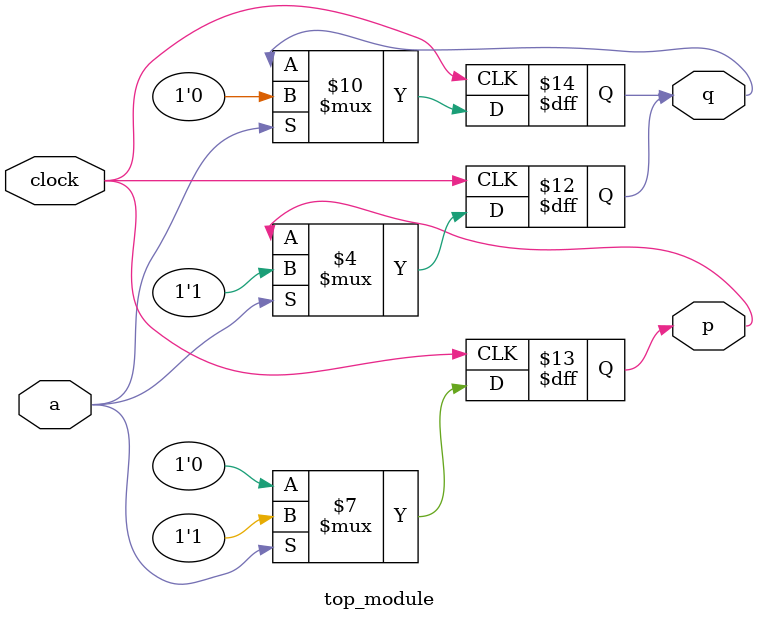
<source format=sv>
module top_module (
    input clock,
    input a, 
    output reg p,
    output reg q
);

    always @(posedge clock) begin
        if (a) begin
            p <= 1;
            q <= 0;
        end else begin
            p <= 0;
        end
    end

    always @(negedge clock) begin
        if (a) begin
            q <= 1;
        end else begin
            q <= p;
        end
    end
endmodule

</source>
